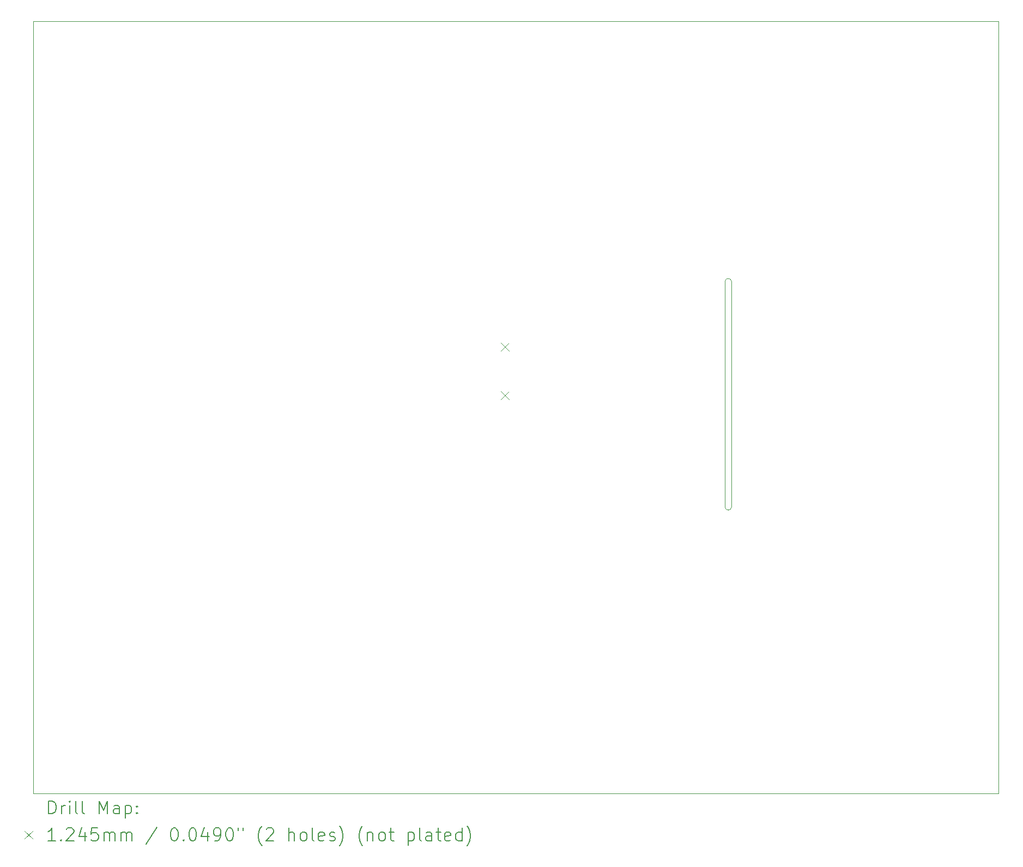
<source format=gbr>
%TF.GenerationSoftware,KiCad,Pcbnew,7.0.1*%
%TF.CreationDate,2023-03-18T18:06:22+07:00*%
%TF.ProjectId,dongtam,646f6e67-7461-46d2-9e6b-696361645f70,rev?*%
%TF.SameCoordinates,Original*%
%TF.FileFunction,Drillmap*%
%TF.FilePolarity,Positive*%
%FSLAX45Y45*%
G04 Gerber Fmt 4.5, Leading zero omitted, Abs format (unit mm)*
G04 Created by KiCad (PCBNEW 7.0.1) date 2023-03-18 18:06:22*
%MOMM*%
%LPD*%
G01*
G04 APERTURE LIST*
%ADD10C,0.100000*%
%ADD11C,0.200000*%
%ADD12C,0.124460*%
G04 APERTURE END LIST*
D10*
X18200000Y-10750000D02*
X18200000Y-7250000D01*
X18100000Y-7250000D02*
X18100000Y-10750000D01*
X7350000Y-3200000D02*
X22350000Y-3200000D01*
X22350000Y-15200000D01*
X7350000Y-15200000D01*
X7350000Y-3200000D01*
X18100000Y-10750000D02*
G75*
G03*
X18200000Y-10750000I50000J0D01*
G01*
X18200000Y-7250000D02*
G75*
G03*
X18100000Y-7250000I-50000J0D01*
G01*
D11*
D12*
X14617770Y-8203060D02*
X14742230Y-8327520D01*
X14742230Y-8203060D02*
X14617770Y-8327520D01*
X14617770Y-8952360D02*
X14742230Y-9076820D01*
X14742230Y-8952360D02*
X14617770Y-9076820D01*
D11*
X7592619Y-15517524D02*
X7592619Y-15317524D01*
X7592619Y-15317524D02*
X7640238Y-15317524D01*
X7640238Y-15317524D02*
X7668809Y-15327048D01*
X7668809Y-15327048D02*
X7687857Y-15346095D01*
X7687857Y-15346095D02*
X7697381Y-15365143D01*
X7697381Y-15365143D02*
X7706905Y-15403238D01*
X7706905Y-15403238D02*
X7706905Y-15431809D01*
X7706905Y-15431809D02*
X7697381Y-15469905D01*
X7697381Y-15469905D02*
X7687857Y-15488952D01*
X7687857Y-15488952D02*
X7668809Y-15508000D01*
X7668809Y-15508000D02*
X7640238Y-15517524D01*
X7640238Y-15517524D02*
X7592619Y-15517524D01*
X7792619Y-15517524D02*
X7792619Y-15384190D01*
X7792619Y-15422286D02*
X7802143Y-15403238D01*
X7802143Y-15403238D02*
X7811667Y-15393714D01*
X7811667Y-15393714D02*
X7830714Y-15384190D01*
X7830714Y-15384190D02*
X7849762Y-15384190D01*
X7916428Y-15517524D02*
X7916428Y-15384190D01*
X7916428Y-15317524D02*
X7906905Y-15327048D01*
X7906905Y-15327048D02*
X7916428Y-15336571D01*
X7916428Y-15336571D02*
X7925952Y-15327048D01*
X7925952Y-15327048D02*
X7916428Y-15317524D01*
X7916428Y-15317524D02*
X7916428Y-15336571D01*
X8040238Y-15517524D02*
X8021190Y-15508000D01*
X8021190Y-15508000D02*
X8011667Y-15488952D01*
X8011667Y-15488952D02*
X8011667Y-15317524D01*
X8145000Y-15517524D02*
X8125952Y-15508000D01*
X8125952Y-15508000D02*
X8116428Y-15488952D01*
X8116428Y-15488952D02*
X8116428Y-15317524D01*
X8373571Y-15517524D02*
X8373571Y-15317524D01*
X8373571Y-15317524D02*
X8440238Y-15460381D01*
X8440238Y-15460381D02*
X8506905Y-15317524D01*
X8506905Y-15317524D02*
X8506905Y-15517524D01*
X8687857Y-15517524D02*
X8687857Y-15412762D01*
X8687857Y-15412762D02*
X8678333Y-15393714D01*
X8678333Y-15393714D02*
X8659286Y-15384190D01*
X8659286Y-15384190D02*
X8621190Y-15384190D01*
X8621190Y-15384190D02*
X8602143Y-15393714D01*
X8687857Y-15508000D02*
X8668810Y-15517524D01*
X8668810Y-15517524D02*
X8621190Y-15517524D01*
X8621190Y-15517524D02*
X8602143Y-15508000D01*
X8602143Y-15508000D02*
X8592619Y-15488952D01*
X8592619Y-15488952D02*
X8592619Y-15469905D01*
X8592619Y-15469905D02*
X8602143Y-15450857D01*
X8602143Y-15450857D02*
X8621190Y-15441333D01*
X8621190Y-15441333D02*
X8668810Y-15441333D01*
X8668810Y-15441333D02*
X8687857Y-15431809D01*
X8783095Y-15384190D02*
X8783095Y-15584190D01*
X8783095Y-15393714D02*
X8802143Y-15384190D01*
X8802143Y-15384190D02*
X8840238Y-15384190D01*
X8840238Y-15384190D02*
X8859286Y-15393714D01*
X8859286Y-15393714D02*
X8868810Y-15403238D01*
X8868810Y-15403238D02*
X8878333Y-15422286D01*
X8878333Y-15422286D02*
X8878333Y-15479428D01*
X8878333Y-15479428D02*
X8868810Y-15498476D01*
X8868810Y-15498476D02*
X8859286Y-15508000D01*
X8859286Y-15508000D02*
X8840238Y-15517524D01*
X8840238Y-15517524D02*
X8802143Y-15517524D01*
X8802143Y-15517524D02*
X8783095Y-15508000D01*
X8964048Y-15498476D02*
X8973571Y-15508000D01*
X8973571Y-15508000D02*
X8964048Y-15517524D01*
X8964048Y-15517524D02*
X8954524Y-15508000D01*
X8954524Y-15508000D02*
X8964048Y-15498476D01*
X8964048Y-15498476D02*
X8964048Y-15517524D01*
X8964048Y-15393714D02*
X8973571Y-15403238D01*
X8973571Y-15403238D02*
X8964048Y-15412762D01*
X8964048Y-15412762D02*
X8954524Y-15403238D01*
X8954524Y-15403238D02*
X8964048Y-15393714D01*
X8964048Y-15393714D02*
X8964048Y-15412762D01*
D12*
X7220540Y-15782770D02*
X7345000Y-15907230D01*
X7345000Y-15782770D02*
X7220540Y-15907230D01*
D11*
X7697381Y-15937524D02*
X7583095Y-15937524D01*
X7640238Y-15937524D02*
X7640238Y-15737524D01*
X7640238Y-15737524D02*
X7621190Y-15766095D01*
X7621190Y-15766095D02*
X7602143Y-15785143D01*
X7602143Y-15785143D02*
X7583095Y-15794667D01*
X7783095Y-15918476D02*
X7792619Y-15928000D01*
X7792619Y-15928000D02*
X7783095Y-15937524D01*
X7783095Y-15937524D02*
X7773571Y-15928000D01*
X7773571Y-15928000D02*
X7783095Y-15918476D01*
X7783095Y-15918476D02*
X7783095Y-15937524D01*
X7868809Y-15756571D02*
X7878333Y-15747048D01*
X7878333Y-15747048D02*
X7897381Y-15737524D01*
X7897381Y-15737524D02*
X7945000Y-15737524D01*
X7945000Y-15737524D02*
X7964048Y-15747048D01*
X7964048Y-15747048D02*
X7973571Y-15756571D01*
X7973571Y-15756571D02*
X7983095Y-15775619D01*
X7983095Y-15775619D02*
X7983095Y-15794667D01*
X7983095Y-15794667D02*
X7973571Y-15823238D01*
X7973571Y-15823238D02*
X7859286Y-15937524D01*
X7859286Y-15937524D02*
X7983095Y-15937524D01*
X8154524Y-15804190D02*
X8154524Y-15937524D01*
X8106905Y-15728000D02*
X8059286Y-15870857D01*
X8059286Y-15870857D02*
X8183095Y-15870857D01*
X8354524Y-15737524D02*
X8259286Y-15737524D01*
X8259286Y-15737524D02*
X8249762Y-15832762D01*
X8249762Y-15832762D02*
X8259286Y-15823238D01*
X8259286Y-15823238D02*
X8278333Y-15813714D01*
X8278333Y-15813714D02*
X8325952Y-15813714D01*
X8325952Y-15813714D02*
X8345000Y-15823238D01*
X8345000Y-15823238D02*
X8354524Y-15832762D01*
X8354524Y-15832762D02*
X8364048Y-15851809D01*
X8364048Y-15851809D02*
X8364048Y-15899428D01*
X8364048Y-15899428D02*
X8354524Y-15918476D01*
X8354524Y-15918476D02*
X8345000Y-15928000D01*
X8345000Y-15928000D02*
X8325952Y-15937524D01*
X8325952Y-15937524D02*
X8278333Y-15937524D01*
X8278333Y-15937524D02*
X8259286Y-15928000D01*
X8259286Y-15928000D02*
X8249762Y-15918476D01*
X8449762Y-15937524D02*
X8449762Y-15804190D01*
X8449762Y-15823238D02*
X8459286Y-15813714D01*
X8459286Y-15813714D02*
X8478333Y-15804190D01*
X8478333Y-15804190D02*
X8506905Y-15804190D01*
X8506905Y-15804190D02*
X8525952Y-15813714D01*
X8525952Y-15813714D02*
X8535476Y-15832762D01*
X8535476Y-15832762D02*
X8535476Y-15937524D01*
X8535476Y-15832762D02*
X8545000Y-15813714D01*
X8545000Y-15813714D02*
X8564048Y-15804190D01*
X8564048Y-15804190D02*
X8592619Y-15804190D01*
X8592619Y-15804190D02*
X8611667Y-15813714D01*
X8611667Y-15813714D02*
X8621191Y-15832762D01*
X8621191Y-15832762D02*
X8621191Y-15937524D01*
X8716429Y-15937524D02*
X8716429Y-15804190D01*
X8716429Y-15823238D02*
X8725952Y-15813714D01*
X8725952Y-15813714D02*
X8745000Y-15804190D01*
X8745000Y-15804190D02*
X8773572Y-15804190D01*
X8773572Y-15804190D02*
X8792619Y-15813714D01*
X8792619Y-15813714D02*
X8802143Y-15832762D01*
X8802143Y-15832762D02*
X8802143Y-15937524D01*
X8802143Y-15832762D02*
X8811667Y-15813714D01*
X8811667Y-15813714D02*
X8830714Y-15804190D01*
X8830714Y-15804190D02*
X8859286Y-15804190D01*
X8859286Y-15804190D02*
X8878333Y-15813714D01*
X8878333Y-15813714D02*
X8887857Y-15832762D01*
X8887857Y-15832762D02*
X8887857Y-15937524D01*
X9278333Y-15728000D02*
X9106905Y-15985143D01*
X9535476Y-15737524D02*
X9554524Y-15737524D01*
X9554524Y-15737524D02*
X9573572Y-15747048D01*
X9573572Y-15747048D02*
X9583095Y-15756571D01*
X9583095Y-15756571D02*
X9592619Y-15775619D01*
X9592619Y-15775619D02*
X9602143Y-15813714D01*
X9602143Y-15813714D02*
X9602143Y-15861333D01*
X9602143Y-15861333D02*
X9592619Y-15899428D01*
X9592619Y-15899428D02*
X9583095Y-15918476D01*
X9583095Y-15918476D02*
X9573572Y-15928000D01*
X9573572Y-15928000D02*
X9554524Y-15937524D01*
X9554524Y-15937524D02*
X9535476Y-15937524D01*
X9535476Y-15937524D02*
X9516429Y-15928000D01*
X9516429Y-15928000D02*
X9506905Y-15918476D01*
X9506905Y-15918476D02*
X9497381Y-15899428D01*
X9497381Y-15899428D02*
X9487857Y-15861333D01*
X9487857Y-15861333D02*
X9487857Y-15813714D01*
X9487857Y-15813714D02*
X9497381Y-15775619D01*
X9497381Y-15775619D02*
X9506905Y-15756571D01*
X9506905Y-15756571D02*
X9516429Y-15747048D01*
X9516429Y-15747048D02*
X9535476Y-15737524D01*
X9687857Y-15918476D02*
X9697381Y-15928000D01*
X9697381Y-15928000D02*
X9687857Y-15937524D01*
X9687857Y-15937524D02*
X9678334Y-15928000D01*
X9678334Y-15928000D02*
X9687857Y-15918476D01*
X9687857Y-15918476D02*
X9687857Y-15937524D01*
X9821191Y-15737524D02*
X9840238Y-15737524D01*
X9840238Y-15737524D02*
X9859286Y-15747048D01*
X9859286Y-15747048D02*
X9868810Y-15756571D01*
X9868810Y-15756571D02*
X9878334Y-15775619D01*
X9878334Y-15775619D02*
X9887857Y-15813714D01*
X9887857Y-15813714D02*
X9887857Y-15861333D01*
X9887857Y-15861333D02*
X9878334Y-15899428D01*
X9878334Y-15899428D02*
X9868810Y-15918476D01*
X9868810Y-15918476D02*
X9859286Y-15928000D01*
X9859286Y-15928000D02*
X9840238Y-15937524D01*
X9840238Y-15937524D02*
X9821191Y-15937524D01*
X9821191Y-15937524D02*
X9802143Y-15928000D01*
X9802143Y-15928000D02*
X9792619Y-15918476D01*
X9792619Y-15918476D02*
X9783095Y-15899428D01*
X9783095Y-15899428D02*
X9773572Y-15861333D01*
X9773572Y-15861333D02*
X9773572Y-15813714D01*
X9773572Y-15813714D02*
X9783095Y-15775619D01*
X9783095Y-15775619D02*
X9792619Y-15756571D01*
X9792619Y-15756571D02*
X9802143Y-15747048D01*
X9802143Y-15747048D02*
X9821191Y-15737524D01*
X10059286Y-15804190D02*
X10059286Y-15937524D01*
X10011667Y-15728000D02*
X9964048Y-15870857D01*
X9964048Y-15870857D02*
X10087857Y-15870857D01*
X10173572Y-15937524D02*
X10211667Y-15937524D01*
X10211667Y-15937524D02*
X10230715Y-15928000D01*
X10230715Y-15928000D02*
X10240238Y-15918476D01*
X10240238Y-15918476D02*
X10259286Y-15889905D01*
X10259286Y-15889905D02*
X10268810Y-15851809D01*
X10268810Y-15851809D02*
X10268810Y-15775619D01*
X10268810Y-15775619D02*
X10259286Y-15756571D01*
X10259286Y-15756571D02*
X10249762Y-15747048D01*
X10249762Y-15747048D02*
X10230715Y-15737524D01*
X10230715Y-15737524D02*
X10192619Y-15737524D01*
X10192619Y-15737524D02*
X10173572Y-15747048D01*
X10173572Y-15747048D02*
X10164048Y-15756571D01*
X10164048Y-15756571D02*
X10154524Y-15775619D01*
X10154524Y-15775619D02*
X10154524Y-15823238D01*
X10154524Y-15823238D02*
X10164048Y-15842286D01*
X10164048Y-15842286D02*
X10173572Y-15851809D01*
X10173572Y-15851809D02*
X10192619Y-15861333D01*
X10192619Y-15861333D02*
X10230715Y-15861333D01*
X10230715Y-15861333D02*
X10249762Y-15851809D01*
X10249762Y-15851809D02*
X10259286Y-15842286D01*
X10259286Y-15842286D02*
X10268810Y-15823238D01*
X10392619Y-15737524D02*
X10411667Y-15737524D01*
X10411667Y-15737524D02*
X10430715Y-15747048D01*
X10430715Y-15747048D02*
X10440238Y-15756571D01*
X10440238Y-15756571D02*
X10449762Y-15775619D01*
X10449762Y-15775619D02*
X10459286Y-15813714D01*
X10459286Y-15813714D02*
X10459286Y-15861333D01*
X10459286Y-15861333D02*
X10449762Y-15899428D01*
X10449762Y-15899428D02*
X10440238Y-15918476D01*
X10440238Y-15918476D02*
X10430715Y-15928000D01*
X10430715Y-15928000D02*
X10411667Y-15937524D01*
X10411667Y-15937524D02*
X10392619Y-15937524D01*
X10392619Y-15937524D02*
X10373572Y-15928000D01*
X10373572Y-15928000D02*
X10364048Y-15918476D01*
X10364048Y-15918476D02*
X10354524Y-15899428D01*
X10354524Y-15899428D02*
X10345000Y-15861333D01*
X10345000Y-15861333D02*
X10345000Y-15813714D01*
X10345000Y-15813714D02*
X10354524Y-15775619D01*
X10354524Y-15775619D02*
X10364048Y-15756571D01*
X10364048Y-15756571D02*
X10373572Y-15747048D01*
X10373572Y-15747048D02*
X10392619Y-15737524D01*
X10535476Y-15737524D02*
X10535476Y-15775619D01*
X10611667Y-15737524D02*
X10611667Y-15775619D01*
X10906905Y-16013714D02*
X10897381Y-16004190D01*
X10897381Y-16004190D02*
X10878334Y-15975619D01*
X10878334Y-15975619D02*
X10868810Y-15956571D01*
X10868810Y-15956571D02*
X10859286Y-15928000D01*
X10859286Y-15928000D02*
X10849762Y-15880381D01*
X10849762Y-15880381D02*
X10849762Y-15842286D01*
X10849762Y-15842286D02*
X10859286Y-15794667D01*
X10859286Y-15794667D02*
X10868810Y-15766095D01*
X10868810Y-15766095D02*
X10878334Y-15747048D01*
X10878334Y-15747048D02*
X10897381Y-15718476D01*
X10897381Y-15718476D02*
X10906905Y-15708952D01*
X10973572Y-15756571D02*
X10983096Y-15747048D01*
X10983096Y-15747048D02*
X11002143Y-15737524D01*
X11002143Y-15737524D02*
X11049762Y-15737524D01*
X11049762Y-15737524D02*
X11068810Y-15747048D01*
X11068810Y-15747048D02*
X11078334Y-15756571D01*
X11078334Y-15756571D02*
X11087857Y-15775619D01*
X11087857Y-15775619D02*
X11087857Y-15794667D01*
X11087857Y-15794667D02*
X11078334Y-15823238D01*
X11078334Y-15823238D02*
X10964048Y-15937524D01*
X10964048Y-15937524D02*
X11087857Y-15937524D01*
X11325953Y-15937524D02*
X11325953Y-15737524D01*
X11411667Y-15937524D02*
X11411667Y-15832762D01*
X11411667Y-15832762D02*
X11402143Y-15813714D01*
X11402143Y-15813714D02*
X11383096Y-15804190D01*
X11383096Y-15804190D02*
X11354524Y-15804190D01*
X11354524Y-15804190D02*
X11335476Y-15813714D01*
X11335476Y-15813714D02*
X11325953Y-15823238D01*
X11535476Y-15937524D02*
X11516429Y-15928000D01*
X11516429Y-15928000D02*
X11506905Y-15918476D01*
X11506905Y-15918476D02*
X11497381Y-15899428D01*
X11497381Y-15899428D02*
X11497381Y-15842286D01*
X11497381Y-15842286D02*
X11506905Y-15823238D01*
X11506905Y-15823238D02*
X11516429Y-15813714D01*
X11516429Y-15813714D02*
X11535476Y-15804190D01*
X11535476Y-15804190D02*
X11564048Y-15804190D01*
X11564048Y-15804190D02*
X11583096Y-15813714D01*
X11583096Y-15813714D02*
X11592619Y-15823238D01*
X11592619Y-15823238D02*
X11602143Y-15842286D01*
X11602143Y-15842286D02*
X11602143Y-15899428D01*
X11602143Y-15899428D02*
X11592619Y-15918476D01*
X11592619Y-15918476D02*
X11583096Y-15928000D01*
X11583096Y-15928000D02*
X11564048Y-15937524D01*
X11564048Y-15937524D02*
X11535476Y-15937524D01*
X11716429Y-15937524D02*
X11697381Y-15928000D01*
X11697381Y-15928000D02*
X11687857Y-15908952D01*
X11687857Y-15908952D02*
X11687857Y-15737524D01*
X11868810Y-15928000D02*
X11849762Y-15937524D01*
X11849762Y-15937524D02*
X11811667Y-15937524D01*
X11811667Y-15937524D02*
X11792619Y-15928000D01*
X11792619Y-15928000D02*
X11783096Y-15908952D01*
X11783096Y-15908952D02*
X11783096Y-15832762D01*
X11783096Y-15832762D02*
X11792619Y-15813714D01*
X11792619Y-15813714D02*
X11811667Y-15804190D01*
X11811667Y-15804190D02*
X11849762Y-15804190D01*
X11849762Y-15804190D02*
X11868810Y-15813714D01*
X11868810Y-15813714D02*
X11878334Y-15832762D01*
X11878334Y-15832762D02*
X11878334Y-15851809D01*
X11878334Y-15851809D02*
X11783096Y-15870857D01*
X11954524Y-15928000D02*
X11973572Y-15937524D01*
X11973572Y-15937524D02*
X12011667Y-15937524D01*
X12011667Y-15937524D02*
X12030715Y-15928000D01*
X12030715Y-15928000D02*
X12040238Y-15908952D01*
X12040238Y-15908952D02*
X12040238Y-15899428D01*
X12040238Y-15899428D02*
X12030715Y-15880381D01*
X12030715Y-15880381D02*
X12011667Y-15870857D01*
X12011667Y-15870857D02*
X11983096Y-15870857D01*
X11983096Y-15870857D02*
X11964048Y-15861333D01*
X11964048Y-15861333D02*
X11954524Y-15842286D01*
X11954524Y-15842286D02*
X11954524Y-15832762D01*
X11954524Y-15832762D02*
X11964048Y-15813714D01*
X11964048Y-15813714D02*
X11983096Y-15804190D01*
X11983096Y-15804190D02*
X12011667Y-15804190D01*
X12011667Y-15804190D02*
X12030715Y-15813714D01*
X12106905Y-16013714D02*
X12116429Y-16004190D01*
X12116429Y-16004190D02*
X12135477Y-15975619D01*
X12135477Y-15975619D02*
X12145000Y-15956571D01*
X12145000Y-15956571D02*
X12154524Y-15928000D01*
X12154524Y-15928000D02*
X12164048Y-15880381D01*
X12164048Y-15880381D02*
X12164048Y-15842286D01*
X12164048Y-15842286D02*
X12154524Y-15794667D01*
X12154524Y-15794667D02*
X12145000Y-15766095D01*
X12145000Y-15766095D02*
X12135477Y-15747048D01*
X12135477Y-15747048D02*
X12116429Y-15718476D01*
X12116429Y-15718476D02*
X12106905Y-15708952D01*
X12468810Y-16013714D02*
X12459286Y-16004190D01*
X12459286Y-16004190D02*
X12440238Y-15975619D01*
X12440238Y-15975619D02*
X12430715Y-15956571D01*
X12430715Y-15956571D02*
X12421191Y-15928000D01*
X12421191Y-15928000D02*
X12411667Y-15880381D01*
X12411667Y-15880381D02*
X12411667Y-15842286D01*
X12411667Y-15842286D02*
X12421191Y-15794667D01*
X12421191Y-15794667D02*
X12430715Y-15766095D01*
X12430715Y-15766095D02*
X12440238Y-15747048D01*
X12440238Y-15747048D02*
X12459286Y-15718476D01*
X12459286Y-15718476D02*
X12468810Y-15708952D01*
X12545000Y-15804190D02*
X12545000Y-15937524D01*
X12545000Y-15823238D02*
X12554524Y-15813714D01*
X12554524Y-15813714D02*
X12573572Y-15804190D01*
X12573572Y-15804190D02*
X12602143Y-15804190D01*
X12602143Y-15804190D02*
X12621191Y-15813714D01*
X12621191Y-15813714D02*
X12630715Y-15832762D01*
X12630715Y-15832762D02*
X12630715Y-15937524D01*
X12754524Y-15937524D02*
X12735477Y-15928000D01*
X12735477Y-15928000D02*
X12725953Y-15918476D01*
X12725953Y-15918476D02*
X12716429Y-15899428D01*
X12716429Y-15899428D02*
X12716429Y-15842286D01*
X12716429Y-15842286D02*
X12725953Y-15823238D01*
X12725953Y-15823238D02*
X12735477Y-15813714D01*
X12735477Y-15813714D02*
X12754524Y-15804190D01*
X12754524Y-15804190D02*
X12783096Y-15804190D01*
X12783096Y-15804190D02*
X12802143Y-15813714D01*
X12802143Y-15813714D02*
X12811667Y-15823238D01*
X12811667Y-15823238D02*
X12821191Y-15842286D01*
X12821191Y-15842286D02*
X12821191Y-15899428D01*
X12821191Y-15899428D02*
X12811667Y-15918476D01*
X12811667Y-15918476D02*
X12802143Y-15928000D01*
X12802143Y-15928000D02*
X12783096Y-15937524D01*
X12783096Y-15937524D02*
X12754524Y-15937524D01*
X12878334Y-15804190D02*
X12954524Y-15804190D01*
X12906905Y-15737524D02*
X12906905Y-15908952D01*
X12906905Y-15908952D02*
X12916429Y-15928000D01*
X12916429Y-15928000D02*
X12935477Y-15937524D01*
X12935477Y-15937524D02*
X12954524Y-15937524D01*
X13173572Y-15804190D02*
X13173572Y-16004190D01*
X13173572Y-15813714D02*
X13192619Y-15804190D01*
X13192619Y-15804190D02*
X13230715Y-15804190D01*
X13230715Y-15804190D02*
X13249762Y-15813714D01*
X13249762Y-15813714D02*
X13259286Y-15823238D01*
X13259286Y-15823238D02*
X13268810Y-15842286D01*
X13268810Y-15842286D02*
X13268810Y-15899428D01*
X13268810Y-15899428D02*
X13259286Y-15918476D01*
X13259286Y-15918476D02*
X13249762Y-15928000D01*
X13249762Y-15928000D02*
X13230715Y-15937524D01*
X13230715Y-15937524D02*
X13192619Y-15937524D01*
X13192619Y-15937524D02*
X13173572Y-15928000D01*
X13383096Y-15937524D02*
X13364048Y-15928000D01*
X13364048Y-15928000D02*
X13354524Y-15908952D01*
X13354524Y-15908952D02*
X13354524Y-15737524D01*
X13545000Y-15937524D02*
X13545000Y-15832762D01*
X13545000Y-15832762D02*
X13535477Y-15813714D01*
X13535477Y-15813714D02*
X13516429Y-15804190D01*
X13516429Y-15804190D02*
X13478334Y-15804190D01*
X13478334Y-15804190D02*
X13459286Y-15813714D01*
X13545000Y-15928000D02*
X13525953Y-15937524D01*
X13525953Y-15937524D02*
X13478334Y-15937524D01*
X13478334Y-15937524D02*
X13459286Y-15928000D01*
X13459286Y-15928000D02*
X13449762Y-15908952D01*
X13449762Y-15908952D02*
X13449762Y-15889905D01*
X13449762Y-15889905D02*
X13459286Y-15870857D01*
X13459286Y-15870857D02*
X13478334Y-15861333D01*
X13478334Y-15861333D02*
X13525953Y-15861333D01*
X13525953Y-15861333D02*
X13545000Y-15851809D01*
X13611667Y-15804190D02*
X13687858Y-15804190D01*
X13640239Y-15737524D02*
X13640239Y-15908952D01*
X13640239Y-15908952D02*
X13649762Y-15928000D01*
X13649762Y-15928000D02*
X13668810Y-15937524D01*
X13668810Y-15937524D02*
X13687858Y-15937524D01*
X13830715Y-15928000D02*
X13811667Y-15937524D01*
X13811667Y-15937524D02*
X13773572Y-15937524D01*
X13773572Y-15937524D02*
X13754524Y-15928000D01*
X13754524Y-15928000D02*
X13745000Y-15908952D01*
X13745000Y-15908952D02*
X13745000Y-15832762D01*
X13745000Y-15832762D02*
X13754524Y-15813714D01*
X13754524Y-15813714D02*
X13773572Y-15804190D01*
X13773572Y-15804190D02*
X13811667Y-15804190D01*
X13811667Y-15804190D02*
X13830715Y-15813714D01*
X13830715Y-15813714D02*
X13840239Y-15832762D01*
X13840239Y-15832762D02*
X13840239Y-15851809D01*
X13840239Y-15851809D02*
X13745000Y-15870857D01*
X14011667Y-15937524D02*
X14011667Y-15737524D01*
X14011667Y-15928000D02*
X13992620Y-15937524D01*
X13992620Y-15937524D02*
X13954524Y-15937524D01*
X13954524Y-15937524D02*
X13935477Y-15928000D01*
X13935477Y-15928000D02*
X13925953Y-15918476D01*
X13925953Y-15918476D02*
X13916429Y-15899428D01*
X13916429Y-15899428D02*
X13916429Y-15842286D01*
X13916429Y-15842286D02*
X13925953Y-15823238D01*
X13925953Y-15823238D02*
X13935477Y-15813714D01*
X13935477Y-15813714D02*
X13954524Y-15804190D01*
X13954524Y-15804190D02*
X13992620Y-15804190D01*
X13992620Y-15804190D02*
X14011667Y-15813714D01*
X14087858Y-16013714D02*
X14097381Y-16004190D01*
X14097381Y-16004190D02*
X14116429Y-15975619D01*
X14116429Y-15975619D02*
X14125953Y-15956571D01*
X14125953Y-15956571D02*
X14135477Y-15928000D01*
X14135477Y-15928000D02*
X14145000Y-15880381D01*
X14145000Y-15880381D02*
X14145000Y-15842286D01*
X14145000Y-15842286D02*
X14135477Y-15794667D01*
X14135477Y-15794667D02*
X14125953Y-15766095D01*
X14125953Y-15766095D02*
X14116429Y-15747048D01*
X14116429Y-15747048D02*
X14097381Y-15718476D01*
X14097381Y-15718476D02*
X14087858Y-15708952D01*
M02*

</source>
